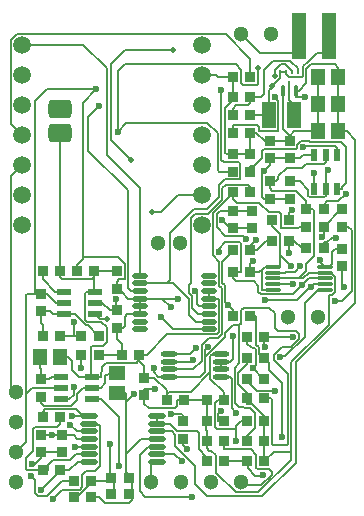
<source format=gtl>
G04*
G04 #@! TF.GenerationSoftware,Altium Limited,Altium Designer,23.0.1 (38)*
G04*
G04 Layer_Physical_Order=1*
G04 Layer_Color=255*
%FSLAX25Y25*%
%MOIN*%
G70*
G04*
G04 #@! TF.SameCoordinates,C4E3482C-EC36-4988-95D7-60F58037128F*
G04*
G04*
G04 #@! TF.FilePolarity,Positive*
G04*
G01*
G75*
%ADD16C,0.00500*%
%ADD18R,0.03740X0.03543*%
%ADD19R,0.03543X0.03740*%
%ADD20R,0.04724X0.15748*%
%ADD21O,0.05512X0.01772*%
%ADD22O,0.05315X0.01772*%
%ADD23R,0.04803X0.02441*%
%ADD24R,0.05512X0.04724*%
%ADD25R,0.04724X0.05512*%
%ADD26O,0.05906X0.01772*%
%ADD27O,0.05709X0.01181*%
%ADD28R,0.02362X0.04134*%
%ADD29R,0.04842X0.08740*%
%ADD30O,0.01378X0.04528*%
%ADD31O,0.00787X0.05709*%
%ADD32O,0.00984X0.01772*%
%ADD53C,0.05118*%
%ADD54C,0.05906*%
G04:AMPARAMS|DCode=55|XSize=78.74mil|YSize=62.99mil|CornerRadius=15.75mil|HoleSize=0mil|Usage=FLASHONLY|Rotation=0.000|XOffset=0mil|YOffset=0mil|HoleType=Round|Shape=RoundedRectangle|*
%AMROUNDEDRECTD55*
21,1,0.07874,0.03150,0,0,0.0*
21,1,0.04724,0.06299,0,0,0.0*
1,1,0.03150,0.02362,-0.01575*
1,1,0.03150,-0.02362,-0.01575*
1,1,0.03150,-0.02362,0.01575*
1,1,0.03150,0.02362,0.01575*
%
%ADD55ROUNDEDRECTD55*%
%ADD56C,0.02362*%
%ADD57C,0.01968*%
D16*
X100000Y-97837D02*
X104400Y-93437D01*
X100000Y-109145D02*
Y-97837D01*
X93631Y-115514D02*
X100000Y-109145D01*
X108000Y-105000D02*
Y-95293D01*
X108293Y-95000D01*
X109258D02*
X110266Y-93992D01*
X108293Y-95000D02*
X109258D01*
X95500Y-147378D02*
Y-117500D01*
X108000Y-105000D01*
X97000Y-151000D02*
Y-117500D01*
X116800Y-97700D02*
Y-43300D01*
X97000Y-117500D02*
X116800Y-97700D01*
X67300Y-140113D02*
Y-137000D01*
X46500Y-126400D02*
X50000D01*
X37500Y-94000D02*
X39073D01*
X10000Y-94646D02*
Y-30500D01*
X80870Y-131300D02*
X82579D01*
X101331Y-87531D02*
X108852D01*
X10000Y-30500D02*
X14000Y-26500D01*
X30500D01*
X26000Y-31000D02*
X30500Y-26500D01*
X26000Y-83032D02*
Y-31000D01*
X26311Y-11811D02*
X34000Y-19500D01*
Y-48500D02*
X45000Y-59500D01*
X34000Y-48500D02*
Y-19500D01*
X27900Y-35600D02*
X31500Y-32000D01*
X35500Y-43500D02*
Y-18000D01*
X40000Y-13500D01*
X35500Y-43500D02*
X42000Y-50000D01*
X27900Y-46900D02*
Y-35600D01*
X5906Y-11811D02*
X26311D01*
X26000Y-83032D02*
X26532Y-82500D01*
X24032Y-85000D02*
X26000Y-83032D01*
X95219Y-17000D02*
X95504Y-17285D01*
X97761Y-20525D02*
X97799Y-20563D01*
X97761Y-20525D02*
Y-19451D01*
X89500Y-17000D02*
X95219D01*
X95504Y-17285D02*
X95595D01*
X97761Y-19451D01*
X88022Y-153022D02*
X89000Y-154000D01*
Y-155000D02*
Y-154000D01*
X85500Y-158500D02*
X89000Y-155000D01*
X84398Y-153022D02*
X88022D01*
X83959Y-152582D02*
Y-148258D01*
X82000Y-146300D02*
X83959Y-148258D01*
X81084Y-152729D02*
X83569Y-155214D01*
X80870Y-150500D02*
X81084Y-150714D01*
Y-152729D02*
Y-150714D01*
X83569Y-155214D02*
X85786D01*
X86000Y-155000D01*
X81206Y-158364D02*
X81342Y-158500D01*
X85500D01*
X78740Y-157480D02*
X79624Y-158364D01*
X81206D01*
X95500Y-149914D02*
Y-147378D01*
X84614Y-160800D02*
X95500Y-149914D01*
X77000Y-160800D02*
X84614D01*
X83959Y-152582D02*
X84398Y-153022D01*
X86579Y-150500D02*
X89701Y-147378D01*
X95500D01*
X86579Y-150500D02*
Y-143750D01*
X45000Y-160500D02*
Y-148400D01*
Y-160500D02*
X46923Y-162423D01*
X62500D01*
X45000Y-148400D02*
X47841Y-145559D01*
X42854Y-156000D02*
Y-156000D01*
Y-156000D02*
Y-156000D01*
X56618Y-148118D02*
X59000Y-150500D01*
X50917Y-148118D02*
X56618D01*
X56900Y-145400D02*
X63400Y-151900D01*
Y-158000D02*
Y-151900D01*
X56900Y-145400D02*
Y-141541D01*
X79786Y-99200D02*
X88200D01*
X90000Y-106000D02*
Y-101000D01*
X88200Y-99200D02*
X90000Y-101000D01*
X98000Y-109731D02*
Y-108000D01*
X91000Y-107000D02*
X97000D01*
X98000Y-108000D01*
X90000Y-106000D02*
X91000Y-107000D01*
X95415Y-112316D02*
X98000Y-109731D01*
X86579Y-109000D02*
X96000D01*
X40354Y-130774D02*
Y-127846D01*
X30200Y-162500D02*
X31500D01*
X92353Y-112316D02*
X95415D01*
X81898Y-102162D02*
X83900D01*
Y-111522D02*
X84831Y-112453D01*
X83900Y-111522D02*
Y-102162D01*
X83700Y-118500D02*
Y-113100D01*
X86579Y-112079D02*
Y-109000D01*
X84831Y-114800D02*
Y-112453D01*
X86579Y-112079D02*
X86800Y-112300D01*
X84831Y-114800D02*
X86031Y-116000D01*
X86677D01*
X82000Y-112500D02*
X83700Y-113100D01*
X82700Y-119500D02*
X83700Y-118500D01*
X91886Y-115514D02*
X93631D01*
X91700Y-115700D02*
X91886Y-115514D01*
X89769Y-116669D02*
X94431Y-121331D01*
X89769Y-116669D02*
Y-114900D01*
X92353Y-112316D01*
X67500Y-162100D02*
X85900D01*
X97000Y-151000D01*
X89493Y-145000D02*
X94138D01*
X94431Y-144707D02*
Y-121331D01*
X89200Y-144707D02*
Y-130000D01*
X94138Y-145000D02*
X94431Y-144707D01*
X89200D02*
X89493Y-145000D01*
X92500Y-142500D02*
Y-124219D01*
X88199Y-119918D02*
X92500Y-124219D01*
X86677Y-116000D02*
X88199Y-117522D01*
Y-119918D02*
Y-117522D01*
X42354Y-163321D02*
Y-161500D01*
X41337Y-164338D02*
X42354Y-163321D01*
X33338Y-164338D02*
X41337D01*
X31500Y-162500D02*
X33338Y-164338D01*
X38000Y-152111D02*
Y-135740D01*
X32000Y-129740D02*
X38000Y-135740D01*
X36547Y-156000D02*
X36646D01*
X35000Y-155186D02*
Y-144700D01*
X40354Y-154000D02*
X42354Y-156000D01*
X40354Y-154000D02*
Y-148088D01*
X42354Y-156000D02*
X42854D01*
X29600Y-157000D02*
X35000D01*
Y-156000D02*
X36646D01*
X35026Y-154479D02*
X36547Y-156000D01*
X35026Y-154479D02*
Y-154211D01*
X37100Y-100146D02*
Y-96500D01*
X82069Y-80000D02*
Y-78431D01*
X97012Y-29000D02*
X100300D01*
X97012Y-26900D02*
X98000D01*
X104100Y-14200D02*
X108268D01*
X86550Y-53650D02*
X88500Y-51700D01*
X85900Y-54300D02*
X86550Y-53650D01*
X91800Y-85563D02*
Y-81600D01*
X37700Y-40600D02*
Y-20400D01*
X29742Y-87101D02*
X29785Y-87145D01*
X28700Y-122260D02*
Y-112500D01*
X81800Y-60716D02*
Y-58900D01*
X45000Y-88543D02*
Y-59500D01*
X71200Y-137000D02*
Y-134700D01*
X24100Y-162500D02*
X29600Y-157000D01*
X81846Y-51954D02*
X83246D01*
X73500Y-97300D02*
X76189Y-99989D01*
X14606Y-153500D02*
Y-151530D01*
X17100Y-154900D02*
Y-153500D01*
X67300Y-150500D02*
Y-148900D01*
X106354Y-77491D02*
X107631D01*
X48900Y-157321D02*
Y-150677D01*
X97500Y-96800D02*
X102831Y-91469D01*
X85200Y-14200D02*
X98268D01*
X36646Y-161500D02*
Y-156000D01*
X78900Y-104700D02*
Y-100086D01*
X79786Y-99200D01*
X42354Y-161500D02*
Y-156000D01*
X31800Y-152000D02*
Y-138500D01*
X28083Y-137882D02*
X31800Y-138500D01*
X30000Y-153800D02*
X31800Y-152000D01*
X28854Y-157000D02*
X29600D01*
X19000D02*
X23146D01*
X14000Y-162000D02*
X19000Y-157000D01*
X11000Y-162000D02*
X14000D01*
X10000Y-161000D02*
X11000Y-162000D01*
X10000Y-161000D02*
Y-156600D01*
X8900Y-155500D02*
X10000Y-156600D01*
X16000Y-162900D02*
X19000Y-159900D01*
X25000D01*
X25800Y-159100D01*
Y-155000D01*
X27000Y-153800D01*
X30000D01*
X28854Y-162500D02*
X30200D01*
X23146D02*
X24100D01*
X21626Y-153500D02*
X24449Y-150677D01*
X17100Y-153500D02*
X18422D01*
X21626D01*
X24449Y-150677D02*
X28083D01*
X110000Y-97000D02*
X112500D01*
X115774Y-93726D01*
X110266Y-93992D02*
Y-88945D01*
X108852Y-87531D02*
X110266Y-88945D01*
X104400Y-93437D02*
X106661D01*
X112500Y-91700D02*
X113200Y-92400D01*
X115774Y-93726D02*
Y-73483D01*
X114000Y-40500D02*
X116800Y-43300D01*
X114500Y-72209D02*
X115774Y-73483D01*
X112500Y-91700D02*
Y-85354D01*
X89069Y-25500D02*
X91912Y-22656D01*
Y-20582D01*
X90046Y-21806D02*
Y-19954D01*
Y-21806D02*
X90178Y-21938D01*
X90046Y-19954D02*
X92000Y-18000D01*
X89000Y-25500D02*
X89069D01*
X91894Y-20563D02*
X91912Y-20582D01*
X88075Y-26823D02*
X89000Y-25897D01*
Y-25500D01*
X40000Y-13500D02*
X56000D01*
X92000Y-18000D02*
X93500D01*
X95831Y-20331D01*
X84500Y-24600D02*
Y-19375D01*
X81855Y-22500D02*
Y-16200D01*
X40000Y-18100D02*
X77000D01*
X78800Y-24500D02*
X79400Y-25100D01*
X84000D01*
X78800Y-24500D02*
Y-19900D01*
X84000Y-25100D02*
X84500Y-24600D01*
X77000Y-18100D02*
X78800Y-19900D01*
X37700Y-20400D02*
X40000Y-18100D01*
X86400Y-28000D02*
Y-20100D01*
X89500Y-17000D01*
X88075Y-35000D02*
Y-26823D01*
X85400Y-29000D02*
X86400Y-28000D01*
X95831Y-20563D02*
Y-20331D01*
X29785Y-87145D02*
X37499D01*
X29741Y-93559D02*
X30044Y-93862D01*
X29741Y-93559D02*
Y-89000D01*
X26532Y-82500D02*
X37700D01*
X40022Y-84822D01*
X27900Y-46900D02*
X41022Y-60022D01*
Y-92683D02*
Y-60022D01*
X54000Y-91102D02*
X55000Y-90102D01*
Y-74500D02*
X63000Y-66500D01*
X55000Y-90102D02*
Y-74500D01*
X67500Y-66500D02*
X71500Y-62500D01*
X63000Y-66500D02*
X67500D01*
X62200Y-90969D02*
Y-69300D01*
X63500Y-68000D02*
X67731D01*
X62200Y-69300D02*
X63500Y-68000D01*
X72500Y-59500D02*
X73806Y-58194D01*
X81094D01*
X72500Y-63231D02*
Y-59500D01*
X67731Y-68000D02*
X72500Y-63231D01*
X81094Y-58194D02*
X81800Y-58900D01*
X71500Y-58500D02*
X73500Y-56500D01*
X78600Y-56207D02*
Y-51400D01*
X71500Y-62500D02*
Y-58500D01*
X78307Y-56500D02*
X78600Y-56207D01*
X73500Y-56500D02*
X78307D01*
X57689Y-61811D02*
X65906D01*
X52000Y-67500D02*
X57689Y-61811D01*
X49000Y-67500D02*
X52000D01*
X30044Y-101343D02*
X31701Y-103000D01*
X34000D01*
X32207Y-104000D02*
X34000Y-105793D01*
X27500Y-104000D02*
X32207D01*
X34000Y-110700D02*
Y-105793D01*
X27086Y-105000D02*
X27653D01*
X23428Y-101343D02*
X27086Y-105000D01*
X26800Y-103300D02*
X27500Y-104000D01*
X27653Y-105000D02*
X31256Y-108602D01*
X31354D01*
X19729Y-101343D02*
X23428D01*
X26800Y-103300D02*
Y-94500D01*
X69616Y-79853D02*
Y-67530D01*
X71400Y-79578D02*
X73500Y-77478D01*
X69469Y-81772D02*
Y-80000D01*
X69616Y-79853D01*
X69469Y-81772D02*
X71569Y-83872D01*
X71400Y-80800D02*
Y-79578D01*
X37100Y-100146D02*
X37500D01*
X35043D02*
X37100D01*
X23200Y-108602D02*
X25646D01*
X82069Y-80000D02*
X84000D01*
X81898D02*
X82069D01*
X78200Y-105000D02*
Y-104700D01*
Y-117800D02*
Y-105000D01*
X66837Y-115586D02*
Y-113463D01*
Y-120531D02*
Y-115586D01*
X40354Y-148088D02*
Y-130774D01*
X97012Y-29000D02*
Y-26900D01*
X101014Y-17286D02*
X104100Y-14200D01*
X99500Y-18800D02*
X101014Y-17286D01*
X91800Y-81600D02*
Y-74700D01*
X84876Y-87387D02*
X85700Y-86563D01*
X77000Y-143800D02*
Y-139600D01*
X68600Y-123005D02*
Y-120700D01*
X54032Y-128000D02*
Y-126832D01*
Y-130102D02*
Y-128000D01*
X24860Y-122260D02*
X28700D01*
X54000Y-91102D02*
X56102D01*
X94993Y-41893D02*
X95000Y-41900D01*
X92681Y-39581D02*
X94993Y-41893D01*
X98031Y-89500D02*
X99362D01*
X89339D02*
X98031D01*
X52520Y-96220D02*
X57950D01*
X44984D02*
X52520D01*
X24032Y-87102D02*
Y-85000D01*
X10000Y-94646D02*
X12000D01*
X7600D02*
X10000D01*
X7246Y-127954D02*
Y-94999D01*
X76146Y-61000D02*
Y-60716D01*
Y-63000D02*
Y-61000D01*
X76189Y-100089D02*
Y-99989D01*
X26000Y-135323D02*
X28083D01*
X22377D02*
X26000D01*
X102831Y-91469D02*
X103031D01*
X96100Y-94800D02*
X99300Y-91600D01*
X32500Y-97602D02*
X35043Y-100146D01*
X30044Y-97602D02*
X32500D01*
X82069Y-78431D02*
X83800Y-76700D01*
X23600Y-145800D02*
Y-145759D01*
X28083Y-145559D01*
X88700Y-129500D02*
X89200Y-130000D01*
X86579Y-129500D02*
X88700D01*
X65030Y-122338D02*
X66837Y-120531D01*
Y-115586D02*
X73423Y-109000D01*
Y-107777D01*
X76200Y-105000D01*
X78200D01*
Y-104700D02*
X78900D01*
X76800Y-119200D02*
X78200Y-117800D01*
X76800Y-131006D02*
Y-119200D01*
Y-131006D02*
X78000Y-132206D01*
X79560D01*
X80154Y-132800D01*
X81900D01*
X83500Y-134400D01*
Y-139370D02*
Y-134400D01*
X80870Y-142000D02*
X83500Y-139370D01*
X80870Y-143750D02*
Y-142000D01*
X40354Y-130774D02*
X43000Y-128128D01*
X40354Y-148088D02*
X45442Y-143000D01*
X50917D01*
X25646Y-119300D02*
Y-115000D01*
X49700Y-120838D02*
Y-119300D01*
Y-120838D02*
X51200Y-122338D01*
X54839D01*
X108268Y-14200D02*
Y-8661D01*
X99500Y-21900D02*
Y-18800D01*
X99000Y-22400D02*
X99500Y-21900D01*
X94762Y-22400D02*
X99000D01*
X93862Y-21500D02*
X94762Y-22400D01*
X93862Y-21500D02*
Y-20563D01*
X81898Y-87387D02*
X84876D01*
X88500Y-51700D02*
Y-49500D01*
X86500Y-53600D02*
X86550Y-53650D01*
X86500Y-62854D02*
X88500D01*
X85900Y-62254D02*
X86500Y-62854D01*
X85900Y-62254D02*
Y-54300D01*
X81898Y-87387D02*
Y-84602D01*
X82800Y-83700D01*
X71000Y-130102D02*
X73095D01*
X70200Y-130902D02*
X71000Y-130102D01*
X70200Y-139000D02*
Y-130902D01*
Y-139000D02*
X70800Y-139600D01*
X77000D01*
Y-138700D01*
X78700Y-137000D01*
X80870D01*
X59500Y-145000D02*
X60800Y-146300D01*
X59500Y-145000D02*
Y-142854D01*
X32700Y-112000D02*
X34000Y-110700D01*
X29200Y-112000D02*
X32700D01*
X28700Y-112500D02*
X29200Y-112000D01*
X28700Y-122260D02*
X29157D01*
X32000D01*
X32500Y-119000D01*
X33900Y-117600D01*
X44254D01*
X44854Y-115000D01*
X112500Y-72209D02*
X114500D01*
X42000Y-93661D02*
X44984D01*
X41022Y-92683D02*
X42000Y-93661D01*
X111300Y-63800D02*
X113700Y-61400D01*
X107000Y-63800D02*
X111300D01*
X106500Y-66500D02*
X107000Y-63800D01*
X81800Y-60716D02*
X81855D01*
X61469Y-91700D02*
X62200Y-90969D01*
X61469Y-94469D02*
Y-91700D01*
Y-94469D02*
X62500Y-95500D01*
Y-99400D02*
Y-95500D01*
Y-99400D02*
X64438Y-101338D01*
X68016D01*
X110740Y-48390D02*
Y-46000D01*
X110240Y-45500D02*
X110740Y-46000D01*
X99900Y-45500D02*
X110240D01*
X99600Y-45800D02*
X99900Y-45500D01*
X72200Y-50000D02*
Y-26800D01*
Y-50000D02*
X73000Y-50800D01*
X78000D01*
X78600Y-51400D01*
X44984Y-91102D02*
X54000D01*
X99362Y-89500D02*
X101331Y-87531D01*
X100500Y-66500D02*
X102800D01*
X103300Y-67000D01*
Y-82053D02*
Y-67000D01*
X100531Y-84822D02*
X103300Y-82053D01*
X100531Y-87000D02*
Y-84822D01*
X98031Y-89500D02*
X100531Y-87000D01*
X75170Y-72570D02*
X76000D01*
X72600Y-70000D02*
X75170Y-72570D01*
X96386Y-40500D02*
X104500D01*
X94993Y-41893D02*
X96386Y-40500D01*
X94993Y-41893D02*
X95000Y-43791D01*
X37500Y-92854D02*
Y-90522D01*
X38222Y-89800D01*
X40022D01*
Y-84822D01*
X44984Y-88543D02*
X45000D01*
X89339Y-91469D02*
X96300D01*
X29157Y-126000D02*
X32000D01*
X33500Y-124500D01*
Y-121653D01*
X37500Y-121153D01*
X18843Y-129740D02*
X21500D01*
X23000Y-128240D01*
Y-125800D01*
X29157Y-129740D02*
X32000D01*
X54839Y-119779D02*
X62952D01*
X65768Y-116964D01*
Y-111741D01*
X68307Y-109202D01*
X71221D01*
X72423Y-108000D01*
Y-92764D01*
X71569Y-91909D02*
X72423Y-92764D01*
X71569Y-91909D02*
Y-83872D01*
X69616Y-67530D02*
X76146Y-61000D01*
Y-63000D02*
X77346Y-64200D01*
X84900D01*
X88100Y-67400D01*
X91600D01*
X92200Y-68000D01*
Y-72600D02*
Y-68000D01*
Y-72600D02*
X97709D01*
X98100Y-72209D01*
X100500D01*
X80870Y-111370D02*
X82000Y-112500D01*
X80870Y-111370D02*
Y-109000D01*
X86200Y-123000D02*
X86579D01*
X82700Y-119500D02*
X86200Y-123000D01*
X21900Y-138400D02*
X21959D01*
X24000Y-140441D01*
X28083D01*
X12000Y-160000D02*
X17100Y-154900D01*
X84170Y-126900D02*
X90100D01*
X80870Y-123600D02*
X84170Y-126900D01*
X80870Y-123600D02*
Y-123000D01*
X47841Y-145559D02*
X50917D01*
X109222Y-75900D02*
X110354D01*
X107631Y-77491D02*
X109222Y-75900D01*
X106354Y-79500D02*
Y-77491D01*
X73095Y-146300D02*
Y-143750D01*
Y-146300D02*
X82000D01*
X86700Y-96800D02*
X97500D01*
X76189Y-89489D02*
Y-87387D01*
Y-89489D02*
X77000Y-90300D01*
X83000D01*
X84600Y-91900D01*
Y-94000D02*
Y-91900D01*
Y-94000D02*
X85400Y-94800D01*
X96100D01*
X101400Y-89500D02*
X106661D01*
X94854Y-70000D02*
Y-67746D01*
X95900Y-66700D01*
X71200Y-137000D02*
X73095D01*
X71200Y-134700D02*
X72200Y-133700D01*
X74400Y-98300D02*
X76189Y-100089D01*
Y-102162D02*
Y-100089D01*
X72161Y-122338D02*
X75138D01*
X75800Y-123000D01*
Y-132700D02*
Y-123000D01*
Y-132700D02*
X77300Y-134200D01*
X80870Y-118030D02*
Y-116000D01*
X77800Y-121100D02*
X80870Y-118030D01*
X77800Y-124730D02*
Y-121100D01*
Y-124730D02*
X80870Y-127800D01*
Y-129500D02*
Y-127800D01*
Y-131300D02*
Y-129500D01*
X82579Y-131300D02*
X86579Y-135300D01*
Y-137000D02*
Y-135300D01*
X110740Y-59610D02*
X112400D01*
Y-59000D01*
X113700Y-57700D01*
Y-45800D01*
X112000Y-44100D02*
X113700Y-45800D01*
X101725Y-44100D02*
X112000D01*
X101462Y-43837D02*
X101725Y-44100D01*
X98763Y-43837D02*
X101462D01*
X97600Y-45000D02*
X98763Y-43837D01*
X97600Y-46000D02*
Y-45000D01*
X97100Y-46500D02*
X97600Y-46000D01*
X86400Y-46500D02*
X97100D01*
X85900Y-47000D02*
X86400Y-46500D01*
X85900Y-49300D02*
Y-47000D01*
X83246Y-51954D02*
X85900Y-49300D01*
X81846Y-53854D02*
Y-51954D01*
X55500Y-134700D02*
X59000D01*
X59500Y-135200D01*
Y-137146D02*
Y-135200D01*
X9200Y-151200D02*
X10200D01*
X12000Y-149400D01*
Y-147516D01*
X46500Y-122646D02*
Y-118715D01*
X44854Y-117069D02*
X46500Y-118715D01*
X44854Y-117069D02*
Y-115000D01*
X54032Y-128000D02*
X54732Y-127300D01*
X62000D01*
X68600Y-120700D01*
Y-115461D01*
X111193Y-40500D02*
X114000D01*
X63400Y-158000D02*
X67500Y-162100D01*
X55800Y-140441D02*
X56900Y-141541D01*
X50917Y-140441D02*
X55800D01*
X94854Y-80946D02*
Y-77000D01*
X67387Y-146087D02*
Y-143750D01*
Y-146087D02*
X68156Y-146856D01*
X68756D01*
X70400Y-148500D01*
Y-154200D02*
Y-148500D01*
Y-154200D02*
X77000Y-160800D01*
X67300Y-150500D02*
X67387D01*
X64700Y-146300D02*
X67300Y-148900D01*
X64700Y-146300D02*
Y-140900D01*
X64000Y-140200D02*
X64700Y-140900D01*
X57518Y-140200D02*
X64000D01*
X55200Y-137882D02*
X57518Y-140200D01*
X50917Y-137882D02*
X55200D01*
X67300Y-137000D02*
X67387D01*
X67300Y-140113D02*
X67387Y-140200D01*
Y-143750D02*
Y-140200D01*
X103260Y-59610D02*
Y-54200D01*
X99300Y-91600D02*
X101400Y-89500D01*
X96677Y-87323D02*
X98600Y-85400D01*
X93608Y-87323D02*
X96677D01*
X93400Y-87531D02*
X93608Y-87323D01*
X89339Y-87531D02*
X93400D01*
X91800Y-81600D02*
X95500Y-85300D01*
X105200Y-84102D02*
Y-83400D01*
Y-84102D02*
X106661Y-85563D01*
X90100Y-29000D02*
Y-28900D01*
Y-29000D02*
X91300Y-30200D01*
Y-40200D02*
Y-30200D01*
X84900Y-40200D02*
X91300D01*
X84900D02*
Y-39000D01*
X84100Y-38200D02*
X84900Y-39000D01*
X76000Y-38200D02*
X84100D01*
X76000Y-40854D02*
Y-38200D01*
X54839Y-122338D02*
X65030D01*
X66837Y-113463D02*
X67800Y-112500D01*
X79331Y-75200D02*
X80631Y-76500D01*
X73478Y-75200D02*
X79331D01*
X70669Y-72390D02*
X73478Y-75200D01*
X70669Y-72390D02*
Y-68000D01*
X71807Y-66861D01*
X76000D01*
X54839Y-117220D02*
X62280D01*
X62800Y-116700D01*
X105700Y-75600D02*
X106500Y-74800D01*
Y-72209D01*
X54839Y-114661D02*
X61939D01*
X63800Y-112800D01*
X18422Y-138000D02*
Y-135662D01*
X17322Y-139100D02*
X18422Y-138000D01*
X10000Y-139100D02*
X17322D01*
X9400Y-139700D02*
X10000Y-139100D01*
X9400Y-147100D02*
Y-139700D01*
X7231Y-149269D02*
X9400Y-147100D01*
X7231Y-153150D02*
Y-149269D01*
Y-153150D02*
X7581Y-153500D01*
X12713D01*
X23818Y-148118D02*
X28083D01*
X21800Y-150136D02*
X23818Y-148118D01*
X16000Y-150136D02*
X21800D01*
X14606Y-151530D02*
X16000Y-150136D01*
X12713Y-153500D02*
X14606D01*
X76000Y-116220D02*
Y-108600D01*
X75000Y-117220D02*
X76000Y-116220D01*
X72161Y-117220D02*
X75000D01*
X99610Y-48390D02*
X103260D01*
X98500Y-49500D02*
X99610Y-48390D01*
X95000Y-49500D02*
X98500D01*
X103031Y-91469D02*
X106661D01*
X102100Y-92400D02*
X103031Y-91469D01*
X107000Y-54000D02*
X107700Y-53300D01*
X107000Y-59610D02*
Y-54000D01*
X7246Y-144171D02*
Y-127954D01*
X9200Y-126000D01*
X18843D01*
X52520Y-96220D02*
X55400Y-99100D01*
X46500Y-128354D02*
Y-126400D01*
X3937Y-147480D02*
X7246Y-144171D01*
Y-94999D02*
X7600Y-94646D01*
X92681Y-39581D02*
Y-26862D01*
X95000Y-43791D02*
Y-41900D01*
X56102Y-91102D02*
X61500Y-96500D01*
Y-101700D02*
Y-96500D01*
Y-101700D02*
X63697Y-103897D01*
X68016D01*
X46500Y-122646D02*
X49846D01*
X54032Y-126832D01*
X81855Y-29000D02*
X85400D01*
X57500Y-130102D02*
X59741D01*
X57500Y-131900D02*
Y-130102D01*
X56700Y-132700D02*
X57500Y-131900D01*
X48000Y-132700D02*
X56700D01*
X46500Y-131200D02*
X48000Y-132700D01*
X46500Y-131200D02*
Y-128354D01*
X56256Y-106456D02*
X68016D01*
X52100Y-102300D02*
X56256Y-106456D01*
X64879Y-98779D02*
X68016D01*
X64100Y-98000D02*
X64879Y-98779D01*
X64100Y-98000D02*
Y-94300D01*
X63400Y-93600D02*
X64100Y-94300D01*
X69400Y-114661D02*
X72161D01*
X68600Y-115461D02*
X69400Y-114661D01*
X68600Y-123005D02*
X73095Y-127500D01*
Y-130102D02*
Y-127500D01*
X89339Y-85563D02*
X91800D01*
X89146Y-72046D02*
X91800Y-74700D01*
X89146Y-72046D02*
Y-70000D01*
X71500Y-53854D02*
X76000D01*
X71000Y-53354D02*
X71500Y-53854D01*
X71000Y-53354D02*
Y-41100D01*
X67600Y-37700D02*
X71000Y-41100D01*
X40600Y-37700D02*
X67600D01*
X37741Y-40559D02*
X40600Y-37700D01*
X107000Y-50800D02*
Y-48390D01*
X106500Y-51300D02*
X107000Y-50800D01*
X100600Y-51300D02*
X106500D01*
X99300Y-52600D02*
X100600Y-51300D01*
X94000Y-52600D02*
X99300D01*
X91200Y-55400D02*
X94000Y-52600D01*
X91200Y-56500D02*
Y-55400D01*
X90554Y-57146D02*
X91200Y-56500D01*
X88500Y-57146D02*
X90554D01*
X76000Y-35145D02*
Y-33000D01*
X77300Y-31700D01*
X81155D01*
X81855Y-31000D01*
Y-29000D01*
X12000Y-141807D02*
X15800D01*
X19230D01*
X2200Y-38105D02*
X5906Y-41811D01*
X2200Y-38105D02*
Y-10000D01*
X4200Y-8000D01*
X73655D01*
X81855Y-16200D01*
X16776Y-93862D02*
X19729D01*
X12713Y-89800D02*
X16776Y-93862D01*
X12713Y-89800D02*
Y-87102D01*
X76189Y-87387D02*
X78900D01*
Y-78000D01*
X78378Y-77478D02*
X78900Y-78000D01*
X73500Y-77478D02*
X78378D01*
X37500Y-127846D02*
X40354D01*
X76146Y-30000D02*
Y-29000D01*
X73400Y-32746D02*
X76146Y-30000D01*
X73400Y-47546D02*
Y-32746D01*
Y-47546D02*
X74000Y-48146D01*
X76000D01*
X86840Y-43791D02*
X88500D01*
X83903Y-40854D02*
X86840Y-43791D01*
X81846Y-40854D02*
X83903D01*
X22600Y-120000D02*
X24860Y-122260D01*
X22600Y-120000D02*
Y-117000D01*
X21202Y-115602D02*
X22600Y-117000D01*
X18387Y-115602D02*
X21202D01*
X37500Y-94000D02*
Y-92854D01*
X39073Y-94000D02*
X41293Y-96220D01*
X44984D01*
X23200Y-108602D02*
Y-104000D01*
X88500Y-59500D02*
Y-57146D01*
Y-59500D02*
X89200Y-60200D01*
X97100D01*
X100500Y-63600D01*
Y-66500D02*
Y-63600D01*
X12000Y-130900D02*
Y-128854D01*
Y-130900D02*
X13000Y-131900D01*
X22000D01*
X24000Y-129900D01*
Y-128000D01*
X26000Y-126000D01*
X29157D01*
X12713Y-135662D02*
Y-133887D01*
X13500Y-133100D01*
X23777D01*
X26000Y-135323D01*
X73500Y-97300D02*
Y-91840D01*
X72569Y-90909D02*
X73500Y-91840D01*
X72569Y-90909D02*
Y-84041D01*
X76189Y-80421D01*
Y-80000D01*
X68016Y-96220D02*
X71423D01*
Y-107500D02*
Y-96220D01*
X70823Y-108100D02*
X71423Y-107500D01*
X54300Y-108100D02*
X70823D01*
X47400Y-115000D02*
X54300Y-108100D01*
X44854Y-115000D02*
X47400D01*
X94846Y-29928D02*
Y-26272D01*
Y-29928D02*
X96618Y-31700D01*
Y-35000D02*
Y-31700D01*
X26800Y-94500D02*
X27438Y-93862D01*
X30044D01*
X85700Y-93437D02*
X89339D01*
X85700D02*
Y-86563D01*
X86700Y-85563D01*
X89339D01*
X106661D02*
X108100D01*
X109000Y-84663D01*
Y-80646D01*
X110000Y-79646D01*
X112500D01*
X88500Y-62854D02*
X95000D01*
X40862Y-101338D02*
X44984D01*
X40000Y-102200D02*
X40862Y-101338D01*
X40000Y-105354D02*
Y-102200D01*
X39500Y-105854D02*
X40000Y-105354D01*
X37500Y-105854D02*
X39500D01*
X48740Y-157480D02*
X48900Y-157321D01*
Y-150677D02*
X50917D01*
X97012Y-26900D02*
Y-26862D01*
X98000Y-26900D02*
X100500Y-24400D01*
Y-19600D01*
X102000Y-18100D01*
X110000D01*
X111193Y-19293D01*
Y-22500D02*
Y-19293D01*
X107000Y-62000D02*
Y-59610D01*
X106500Y-62500D02*
X107000Y-62000D01*
X101800Y-62500D02*
X106500D01*
X101300Y-62000D02*
X101800Y-62500D01*
X101300Y-62000D02*
Y-60000D01*
X98445Y-57145D02*
X101300Y-60000D01*
X95000Y-57145D02*
X98445D01*
X78740Y-7874D02*
X78874D01*
X85200Y-14200D01*
X98268D02*
Y-8661D01*
X2200Y-125743D02*
X3937Y-127480D01*
X2200Y-125743D02*
Y-55517D01*
X5906Y-51811D01*
X29741Y-89000D02*
Y-87102D01*
X29041Y-89700D02*
X29741Y-89000D01*
X19000Y-89700D02*
X29041D01*
X18422Y-89122D02*
X19000Y-89700D01*
X18422Y-89122D02*
Y-87102D01*
X24193Y-143000D02*
X28083D01*
X23000Y-141807D02*
X24193Y-143000D01*
X19230Y-141807D02*
X23000D01*
X18422Y-108602D02*
X23200D01*
X87000Y-77000D02*
X89146D01*
X84000Y-80000D02*
X87000Y-77000D01*
X76000Y-66861D02*
X82335D01*
X111193Y-31500D02*
Y-22500D01*
Y-40500D02*
Y-31500D01*
X68016Y-96220D02*
Y-93661D01*
X91894Y-20563D02*
X93862D01*
X84945Y-35000D02*
X88075D01*
X84800Y-35146D02*
X84945Y-35000D01*
X81846Y-35146D02*
X84800D01*
X88500Y-49500D02*
X95000D01*
X18406Y-63883D02*
Y-40559D01*
Y-63883D02*
X18422Y-63900D01*
Y-87102D02*
Y-63900D01*
X79100Y-72570D02*
X82335D01*
X79100Y-72570D02*
X79100Y-72570D01*
X76000Y-72570D02*
X79100D01*
X71289Y-22500D02*
X76146D01*
X70600Y-21811D02*
X71289Y-22500D01*
X65906Y-21811D02*
X70600D01*
X76146Y-25800D02*
Y-22500D01*
Y-25800D02*
X76146Y-25800D01*
Y-29000D02*
Y-25800D01*
X104500Y-40500D02*
Y-31500D01*
Y-22500D01*
X81846Y-48146D02*
Y-40854D01*
X76000Y-48146D02*
X81846D01*
X88500Y-43791D02*
X95000D01*
X86579Y-143750D02*
Y-137000D01*
X59741Y-130102D02*
X67387D01*
Y-133600D02*
Y-130102D01*
Y-133600D02*
X67387Y-133600D01*
Y-137000D02*
Y-133600D01*
X12000Y-147516D02*
X19230D01*
X17257Y-97602D02*
X19729D01*
X14300Y-94646D02*
X17257Y-97602D01*
X12000Y-94646D02*
X14300D01*
X44984Y-98779D02*
Y-96220D01*
Y-101338D02*
Y-98779D01*
X37500Y-109654D02*
Y-105854D01*
Y-109654D02*
X39146Y-111300D01*
Y-115000D02*
Y-111300D01*
X31354Y-115000D02*
X39146D01*
X72161Y-119779D02*
Y-117220D01*
X12000Y-104187D02*
Y-100354D01*
Y-104187D02*
X12713Y-104900D01*
Y-108602D02*
Y-104900D01*
X16288Y-101343D02*
X19729D01*
X15300Y-100354D02*
X16288Y-101343D01*
X12000Y-100354D02*
X15300D01*
X11694Y-119294D02*
Y-115602D01*
Y-119294D02*
X12000Y-119600D01*
Y-123146D02*
Y-119600D01*
X15786Y-122260D02*
X18843D01*
X14900Y-123146D02*
X15786Y-122260D01*
X12000Y-123146D02*
X14900D01*
X112309Y-66500D02*
X112500D01*
X106600Y-72209D02*
X112309Y-66500D01*
X106500Y-72209D02*
X106600D01*
X99000Y-79500D02*
X100646D01*
X96500Y-77000D02*
X99000Y-79500D01*
X94854Y-77000D02*
X96500D01*
X73095Y-150500D02*
X80870D01*
X50917Y-137882D02*
Y-135323D01*
D18*
X41354Y-161500D02*
D03*
X35646D02*
D03*
X28854Y-162500D02*
D03*
X23146D02*
D03*
X67387Y-137000D02*
D03*
X73095D02*
D03*
Y-150500D02*
D03*
X67387D02*
D03*
Y-143750D02*
D03*
X73095D02*
D03*
X39146Y-115000D02*
D03*
X44854D02*
D03*
X80870Y-150500D02*
D03*
X86579D02*
D03*
Y-143750D02*
D03*
X80870D02*
D03*
Y-137000D02*
D03*
X86579D02*
D03*
X80870Y-129500D02*
D03*
X86579D02*
D03*
Y-123000D02*
D03*
X80870D02*
D03*
Y-116000D02*
D03*
X86579D02*
D03*
Y-109000D02*
D03*
X80870D02*
D03*
X76189Y-80000D02*
D03*
X81898D02*
D03*
X76189Y-87387D02*
D03*
X81898D02*
D03*
X76189Y-102162D02*
D03*
X81898D02*
D03*
X59741Y-130102D02*
D03*
X54032D02*
D03*
X67387D02*
D03*
X73095D02*
D03*
X18422Y-108602D02*
D03*
X12713D02*
D03*
X25646D02*
D03*
X31354D02*
D03*
X18422Y-87102D02*
D03*
X12713D02*
D03*
X25646Y-115000D02*
D03*
X31354D02*
D03*
X24032Y-87102D02*
D03*
X29741D02*
D03*
X18422Y-153500D02*
D03*
X12713D02*
D03*
X18422Y-135662D02*
D03*
X12713D02*
D03*
X23146Y-157000D02*
D03*
X28854D02*
D03*
X41354Y-156000D02*
D03*
X35646D02*
D03*
X100646Y-79500D02*
D03*
X106354D02*
D03*
X89146Y-77000D02*
D03*
X94854D02*
D03*
X89146Y-70000D02*
D03*
X94854D02*
D03*
X76146Y-22500D02*
D03*
X81855D02*
D03*
Y-29000D02*
D03*
X76146D02*
D03*
X76146Y-60716D02*
D03*
X81855D02*
D03*
D19*
X19230Y-147516D02*
D03*
Y-141807D02*
D03*
X59500Y-142854D02*
D03*
Y-137146D02*
D03*
X37500Y-100146D02*
D03*
Y-105854D02*
D03*
Y-92854D02*
D03*
Y-87146D02*
D03*
X12000Y-100354D02*
D03*
Y-94646D02*
D03*
X46500Y-122646D02*
D03*
Y-128354D02*
D03*
X12000Y-141807D02*
D03*
Y-147516D02*
D03*
Y-128854D02*
D03*
Y-123146D02*
D03*
X112500Y-79646D02*
D03*
Y-85354D02*
D03*
X76000Y-53854D02*
D03*
Y-48146D02*
D03*
X81846Y-53854D02*
D03*
Y-48146D02*
D03*
X88500Y-62854D02*
D03*
Y-57146D02*
D03*
X88500Y-43791D02*
D03*
Y-49500D02*
D03*
X95000Y-43791D02*
D03*
Y-49500D02*
D03*
X95000Y-62854D02*
D03*
Y-57145D02*
D03*
X76000Y-40854D02*
D03*
Y-35145D02*
D03*
X81846Y-40854D02*
D03*
Y-35146D02*
D03*
X112500Y-66500D02*
D03*
Y-72209D02*
D03*
X106500Y-66500D02*
D03*
Y-72209D02*
D03*
X100500D02*
D03*
Y-66500D02*
D03*
X76000Y-72570D02*
D03*
Y-66861D02*
D03*
X82335Y-72570D02*
D03*
Y-66861D02*
D03*
D20*
X98268Y-8661D02*
D03*
X108268D02*
D03*
D21*
X72161Y-122338D02*
D03*
Y-119779D02*
D03*
Y-117220D02*
D03*
Y-114661D02*
D03*
X54839Y-122338D02*
D03*
Y-119779D02*
D03*
Y-117220D02*
D03*
Y-114661D02*
D03*
D22*
X44984Y-88543D02*
D03*
Y-91102D02*
D03*
Y-93661D02*
D03*
Y-96220D02*
D03*
Y-98779D02*
D03*
Y-101338D02*
D03*
Y-103897D02*
D03*
Y-106456D02*
D03*
X68016Y-88543D02*
D03*
Y-91102D02*
D03*
Y-93661D02*
D03*
Y-96220D02*
D03*
Y-98779D02*
D03*
Y-101338D02*
D03*
Y-103897D02*
D03*
Y-106456D02*
D03*
D23*
X19729Y-93862D02*
D03*
Y-97602D02*
D03*
Y-101343D02*
D03*
X30044D02*
D03*
Y-97602D02*
D03*
Y-93862D02*
D03*
X18843Y-122260D02*
D03*
Y-126000D02*
D03*
Y-129740D02*
D03*
X29157D02*
D03*
Y-126000D02*
D03*
Y-122260D02*
D03*
D24*
X37500Y-121153D02*
D03*
Y-127846D02*
D03*
D25*
X18387Y-115602D02*
D03*
X11694D02*
D03*
X111193Y-22500D02*
D03*
X104500D02*
D03*
Y-31500D02*
D03*
X111193D02*
D03*
X104500Y-40500D02*
D03*
X111193D02*
D03*
D26*
X50917Y-150677D02*
D03*
Y-148118D02*
D03*
Y-145559D02*
D03*
Y-143000D02*
D03*
Y-140441D02*
D03*
Y-137882D02*
D03*
Y-135323D02*
D03*
X28083Y-150677D02*
D03*
Y-148118D02*
D03*
Y-145559D02*
D03*
Y-143000D02*
D03*
Y-140441D02*
D03*
Y-137882D02*
D03*
Y-135323D02*
D03*
D27*
X89339Y-85563D02*
D03*
Y-87531D02*
D03*
Y-89500D02*
D03*
Y-91469D02*
D03*
Y-93437D02*
D03*
X106661Y-85563D02*
D03*
Y-87531D02*
D03*
Y-89500D02*
D03*
Y-91469D02*
D03*
Y-93437D02*
D03*
D28*
X110740Y-48390D02*
D03*
X107000D02*
D03*
X103260D02*
D03*
Y-59610D02*
D03*
X107000D02*
D03*
X110740D02*
D03*
D29*
X96618Y-35000D02*
D03*
X88075D02*
D03*
D30*
X92681Y-26862D02*
D03*
X97012D02*
D03*
D31*
X94846Y-26272D02*
D03*
D32*
X91894Y-20563D02*
D03*
X93862D02*
D03*
X95831D02*
D03*
X97799D02*
D03*
D53*
X58504Y-77559D02*
D03*
X51024D02*
D03*
X78740Y-7874D02*
D03*
X88740D02*
D03*
X104488Y-102362D02*
D03*
X94488D02*
D03*
X78740Y-157480D02*
D03*
X68740D02*
D03*
X58740D02*
D03*
X48740D02*
D03*
X3937D02*
D03*
Y-147480D02*
D03*
Y-137480D02*
D03*
Y-127480D02*
D03*
D54*
X65905Y-11811D02*
D03*
X5906Y-21811D02*
D03*
Y-11811D02*
D03*
Y-61811D02*
D03*
Y-51811D02*
D03*
Y-41811D02*
D03*
Y-31811D02*
D03*
Y-71811D02*
D03*
X65905D02*
D03*
Y-31811D02*
D03*
Y-41811D02*
D03*
Y-51811D02*
D03*
Y-61811D02*
D03*
Y-21811D02*
D03*
D55*
X18406Y-40945D02*
D03*
Y-33059D02*
D03*
D56*
X30500Y-26500D02*
D03*
X31500Y-32000D02*
D03*
X86000Y-155000D02*
D03*
X59000Y-150500D02*
D03*
X62500Y-162423D02*
D03*
X96000Y-109000D02*
D03*
X86800Y-112300D02*
D03*
X92500Y-142500D02*
D03*
X38000Y-152111D02*
D03*
X35000Y-144700D02*
D03*
X8900Y-155500D02*
D03*
X110000Y-97000D02*
D03*
X113200Y-92400D02*
D03*
X71400Y-80800D02*
D03*
X83800Y-76700D02*
D03*
X23600Y-145800D02*
D03*
X43000Y-128128D02*
D03*
X25646Y-119300D02*
D03*
X49700D02*
D03*
X86500Y-53600D02*
D03*
X82800Y-83700D02*
D03*
X77000Y-143800D02*
D03*
X60800Y-146300D02*
D03*
X113700Y-61400D02*
D03*
X99600Y-45800D02*
D03*
X72200Y-26800D02*
D03*
X72600Y-70000D02*
D03*
X57950Y-96220D02*
D03*
X96300Y-91469D02*
D03*
X23000Y-125800D02*
D03*
X16000Y-162900D02*
D03*
X82700Y-119500D02*
D03*
X21900Y-138400D02*
D03*
X12000Y-160000D02*
D03*
X90100Y-126900D02*
D03*
X110354Y-75900D02*
D03*
X86700Y-96800D02*
D03*
X95900Y-66700D02*
D03*
X103260Y-54200D02*
D03*
X72200Y-133700D02*
D03*
X91700Y-115700D02*
D03*
X22377Y-135323D02*
D03*
X74400Y-98300D02*
D03*
X77300Y-134200D02*
D03*
X55500Y-134700D02*
D03*
X9200Y-151200D02*
D03*
X94854Y-80946D02*
D03*
X99300Y-91600D02*
D03*
X98600Y-85400D02*
D03*
X95500Y-85300D02*
D03*
X105200Y-83400D02*
D03*
X100300Y-29000D02*
D03*
X90100Y-28900D02*
D03*
X67800Y-112500D02*
D03*
X80631Y-76500D02*
D03*
X62800Y-116700D02*
D03*
X105700Y-75600D02*
D03*
X63800Y-112800D02*
D03*
X76000Y-108600D02*
D03*
X102100Y-92400D02*
D03*
X107700Y-53300D02*
D03*
X55400Y-99100D02*
D03*
X50000Y-126400D02*
D03*
X52100Y-102300D02*
D03*
X63400Y-93600D02*
D03*
X37741Y-40559D02*
D03*
X15800Y-141807D02*
D03*
X23200Y-104000D02*
D03*
X37100Y-96500D02*
D03*
D57*
X42000Y-50000D02*
D03*
X90178Y-21938D02*
D03*
X89000Y-25500D02*
D03*
X56000Y-13500D02*
D03*
X84500Y-19375D02*
D03*
X49000Y-67500D02*
D03*
X34000Y-103000D02*
D03*
M02*

</source>
